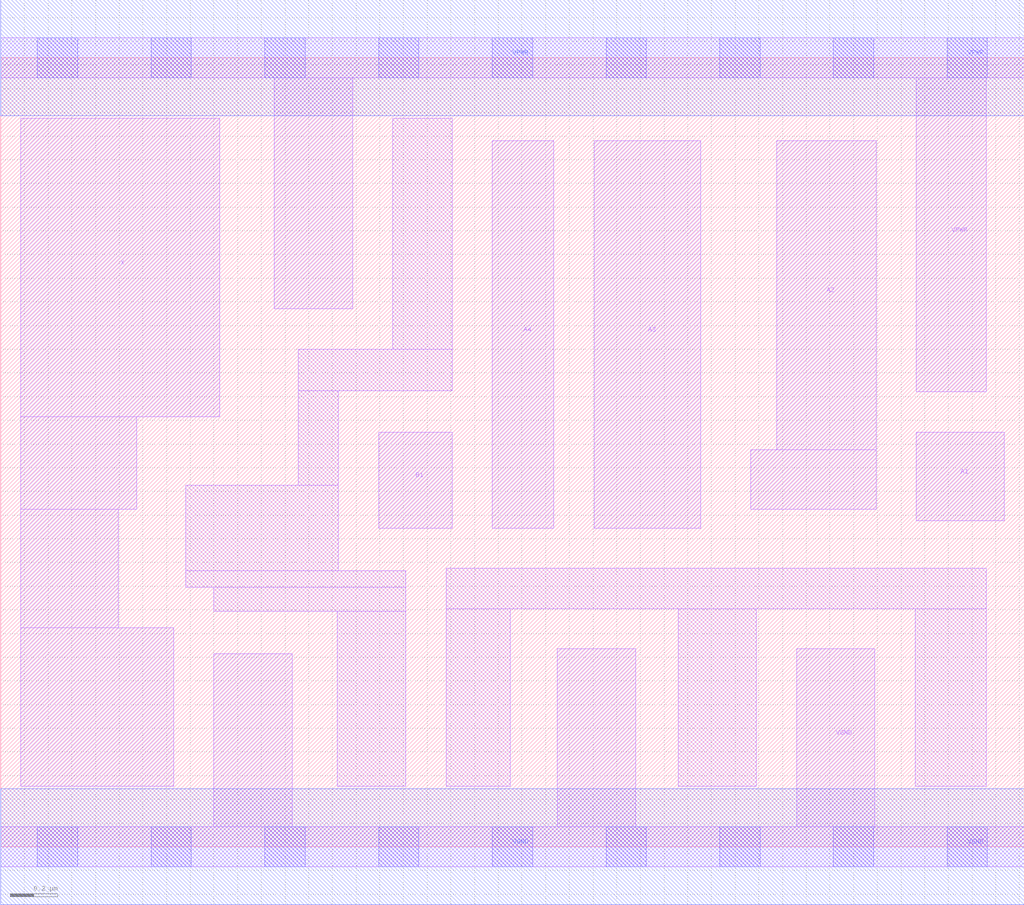
<source format=lef>
# Copyright 2020 The SkyWater PDK Authors
#
# Licensed under the Apache License, Version 2.0 (the "License");
# you may not use this file except in compliance with the License.
# You may obtain a copy of the License at
#
#     https://www.apache.org/licenses/LICENSE-2.0
#
# Unless required by applicable law or agreed to in writing, software
# distributed under the License is distributed on an "AS IS" BASIS,
# WITHOUT WARRANTIES OR CONDITIONS OF ANY KIND, either express or implied.
# See the License for the specific language governing permissions and
# limitations under the License.
#
# SPDX-License-Identifier: Apache-2.0

VERSION 5.7 ;
  NAMESCASESENSITIVE ON ;
  NOWIREEXTENSIONATPIN ON ;
  DIVIDERCHAR "/" ;
  BUSBITCHARS "[]" ;
UNITS
  DATABASE MICRONS 200 ;
END UNITS
MACRO sky130_fd_sc_lp__o41a_1
  CLASS CORE ;
  SOURCE USER ;
  FOREIGN sky130_fd_sc_lp__o41a_1 ;
  ORIGIN  0.000000  0.000000 ;
  SIZE  4.320000 BY  3.330000 ;
  SYMMETRY X Y R90 ;
  SITE unit ;
  PIN A1
    ANTENNAGATEAREA  0.315000 ;
    DIRECTION INPUT ;
    USE SIGNAL ;
    PORT
      LAYER li1 ;
        RECT 3.865000 1.375000 4.235000 1.750000 ;
    END
  END A1
  PIN A2
    ANTENNAGATEAREA  0.315000 ;
    DIRECTION INPUT ;
    USE SIGNAL ;
    PORT
      LAYER li1 ;
        RECT 3.165000 1.425000 3.695000 1.675000 ;
        RECT 3.275000 1.675000 3.695000 2.980000 ;
    END
  END A2
  PIN A3
    ANTENNAGATEAREA  0.315000 ;
    DIRECTION INPUT ;
    USE SIGNAL ;
    PORT
      LAYER li1 ;
        RECT 2.505000 1.345000 2.955000 2.980000 ;
    END
  END A3
  PIN A4
    ANTENNAGATEAREA  0.315000 ;
    DIRECTION INPUT ;
    USE SIGNAL ;
    PORT
      LAYER li1 ;
        RECT 2.075000 1.345000 2.335000 2.980000 ;
    END
  END A4
  PIN B1
    ANTENNAGATEAREA  0.315000 ;
    DIRECTION INPUT ;
    USE SIGNAL ;
    PORT
      LAYER li1 ;
        RECT 1.595000 1.345000 1.905000 1.750000 ;
    END
  END B1
  PIN X
    ANTENNADIFFAREA  1.270500 ;
    DIRECTION OUTPUT ;
    USE SIGNAL ;
    PORT
      LAYER li1 ;
        RECT 0.085000 0.255000 0.730000 0.925000 ;
        RECT 0.085000 0.925000 0.495000 1.425000 ;
        RECT 0.085000 1.425000 0.575000 1.815000 ;
        RECT 0.085000 1.815000 0.925000 3.075000 ;
    END
  END X
  PIN VGND
    DIRECTION INOUT ;
    USE GROUND ;
    PORT
      LAYER li1 ;
        RECT 0.000000 -0.085000 4.320000 0.085000 ;
        RECT 0.900000  0.085000 1.230000 0.815000 ;
        RECT 2.350000  0.085000 2.680000 0.835000 ;
        RECT 3.360000  0.085000 3.690000 0.835000 ;
      LAYER mcon ;
        RECT 0.155000 -0.085000 0.325000 0.085000 ;
        RECT 0.635000 -0.085000 0.805000 0.085000 ;
        RECT 1.115000 -0.085000 1.285000 0.085000 ;
        RECT 1.595000 -0.085000 1.765000 0.085000 ;
        RECT 2.075000 -0.085000 2.245000 0.085000 ;
        RECT 2.555000 -0.085000 2.725000 0.085000 ;
        RECT 3.035000 -0.085000 3.205000 0.085000 ;
        RECT 3.515000 -0.085000 3.685000 0.085000 ;
        RECT 3.995000 -0.085000 4.165000 0.085000 ;
      LAYER met1 ;
        RECT 0.000000 -0.245000 4.320000 0.245000 ;
    END
  END VGND
  PIN VPWR
    DIRECTION INOUT ;
    USE POWER ;
    PORT
      LAYER li1 ;
        RECT 0.000000 3.245000 4.320000 3.415000 ;
        RECT 1.155000 2.270000 1.485000 3.245000 ;
        RECT 3.865000 1.920000 4.160000 3.245000 ;
      LAYER mcon ;
        RECT 0.155000 3.245000 0.325000 3.415000 ;
        RECT 0.635000 3.245000 0.805000 3.415000 ;
        RECT 1.115000 3.245000 1.285000 3.415000 ;
        RECT 1.595000 3.245000 1.765000 3.415000 ;
        RECT 2.075000 3.245000 2.245000 3.415000 ;
        RECT 2.555000 3.245000 2.725000 3.415000 ;
        RECT 3.035000 3.245000 3.205000 3.415000 ;
        RECT 3.515000 3.245000 3.685000 3.415000 ;
        RECT 3.995000 3.245000 4.165000 3.415000 ;
      LAYER met1 ;
        RECT 0.000000 3.085000 4.320000 3.575000 ;
    END
  END VPWR
  OBS
    LAYER li1 ;
      RECT 0.780000 1.095000 1.710000 1.165000 ;
      RECT 0.780000 1.165000 1.425000 1.525000 ;
      RECT 0.900000 0.995000 1.710000 1.095000 ;
      RECT 1.255000 1.525000 1.425000 1.925000 ;
      RECT 1.255000 1.925000 1.905000 2.100000 ;
      RECT 1.420000 0.255000 1.710000 0.995000 ;
      RECT 1.655000 2.100000 1.905000 3.075000 ;
      RECT 1.880000 0.255000 2.150000 1.005000 ;
      RECT 1.880000 1.005000 4.160000 1.175000 ;
      RECT 2.860000 0.255000 3.190000 1.005000 ;
      RECT 3.860000 0.255000 4.160000 1.005000 ;
  END
END sky130_fd_sc_lp__o41a_1

</source>
